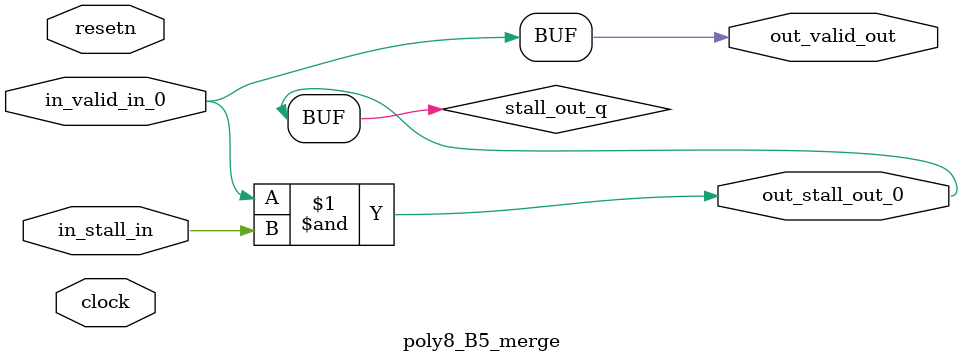
<source format=sv>



(* altera_attribute = "-name AUTO_SHIFT_REGISTER_RECOGNITION OFF; -name MESSAGE_DISABLE 10036; -name MESSAGE_DISABLE 10037; -name MESSAGE_DISABLE 14130; -name MESSAGE_DISABLE 14320; -name MESSAGE_DISABLE 15400; -name MESSAGE_DISABLE 14130; -name MESSAGE_DISABLE 10036; -name MESSAGE_DISABLE 12020; -name MESSAGE_DISABLE 12030; -name MESSAGE_DISABLE 12010; -name MESSAGE_DISABLE 12110; -name MESSAGE_DISABLE 14320; -name MESSAGE_DISABLE 13410; -name MESSAGE_DISABLE 113007; -name MESSAGE_DISABLE 10958" *)
module poly8_B5_merge (
    input wire [0:0] in_stall_in,
    input wire [0:0] in_valid_in_0,
    output wire [0:0] out_stall_out_0,
    output wire [0:0] out_valid_out,
    input wire clock,
    input wire resetn
    );

    wire [0:0] stall_out_q;


    // stall_out(LOGICAL,6)
    assign stall_out_q = in_valid_in_0 & in_stall_in;

    // out_stall_out_0(GPOUT,4)
    assign out_stall_out_0 = stall_out_q;

    // out_valid_out(GPOUT,5)
    assign out_valid_out = in_valid_in_0;

endmodule

</source>
